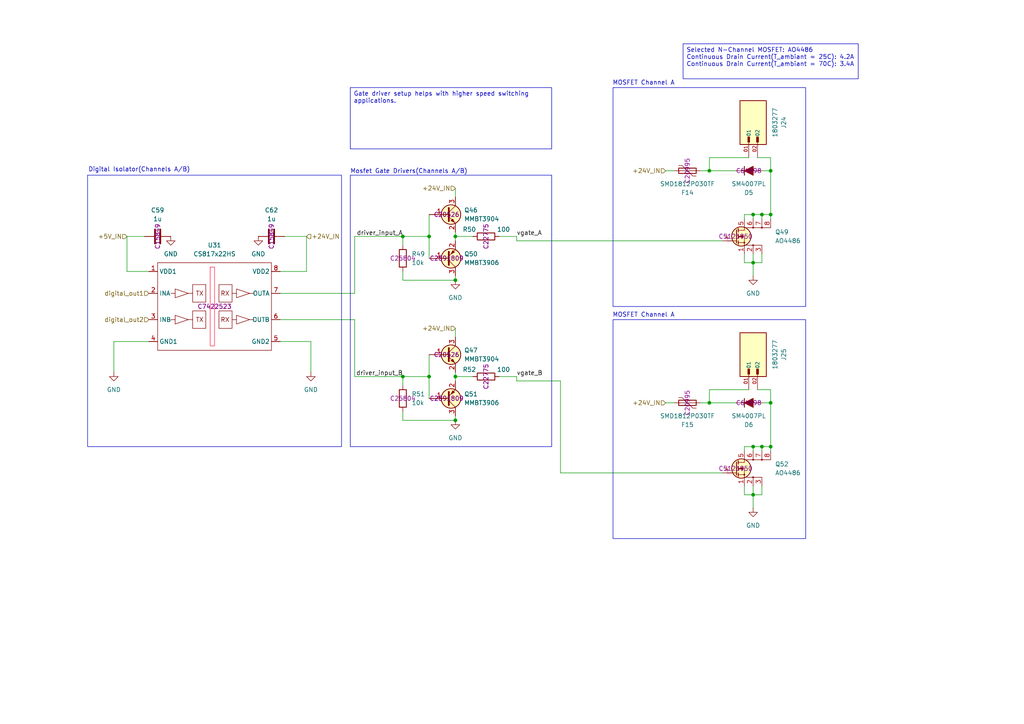
<source format=kicad_sch>
(kicad_sch (version 20250114) (generator "eeschema") (generator_version "9.0")
  (paper "A4")
  (lib_symbols
    (symbol "Device:C" (pin_numbers (hide yes)) (pin_names (offset 0.254))
      (property "Reference" "C" (at 0.635 2.54 0))
      (property "Value" "C" (at 0.635 -2.54 0))
      (symbol "C_0_1"
        (polyline (pts (xy -2.032 0.762) (xy 2.032 0.762)) (stroke (width 0.508)))
        (polyline (pts (xy -2.032 -0.762) (xy 2.032 -0.762)) (stroke (width 0.508)))
      )
      (symbol "C_1_1"
        (pin passive line (at 0 3.81 270) (length 2.794) (name "~") (number "1"))
        (pin passive line (at 0 -3.81 90) (length 2.794) (name "~") (number "2"))
      )
    )
    (symbol "Device:Polyfuse" (pin_numbers (hide yes)) (pin_names (offset 0))
      (property "Reference" "F" (at -2.54 0 90))
      (property "Value" "Polyfuse" (at 2.54 0 90))
      (symbol "Polyfuse_0_1"
        (polyline (pts (xy -1.524 2.54) (xy -1.524 1.524) (xy 1.524 -1.524) (xy 1.524 -2.54)))
        (rectangle (start -0.762 2.54) (end 0.762 -2.54) (stroke (width 0.254)))
        (polyline (pts (xy 0 2.54) (xy 0 -2.54)))
      )
      (symbol "Polyfuse_1_1"
        (pin passive line (at 0 3.81 270) (length 1.27) (name "~") (number "1"))
        (pin passive line (at 0 -3.81 90) (length 1.27) (name "~") (number "2"))
      )
    )
    (symbol "Device:R" (pin_numbers (hide yes)) (pin_names (offset 0))
      (property "Reference" "R" (at 2.032 0 90))
      (property "Value" "R" (at 0 0 90))
      (symbol "R_0_1"
        (rectangle (start -1.016 -2.54) (end 1.016 2.54) (stroke (width 0.254)))
      )
      (symbol "R_1_1"
        (pin passive line (at 0 3.81 270) (length 1.27) (name "~") (number "1"))
        (pin passive line (at 0 -3.81 90) (length 1.27) (name "~") (number "2"))
      )
    )
    (symbol "PCM_Diode_AKL:SM4007PL" (pin_numbers (hide yes)) (pin_names (offset 1.016) (hide yes))
      (property "Reference" "D" (at 0 5.08 0))
      (property "Value" "SM4007PL" (at 0 2.54 0))
      (symbol "SM4007PL_0_1"
        (polyline (pts (xy -1.27 1.27) (xy -1.27 -1.27) (xy 1.27 0) (xy -1.27 1.27)) (stroke (width 0.254)) (fill (type outline)))
        (polyline (pts (xy -1.27 0) (xy 1.27 0)))
        (polyline (pts (xy 1.27 1.27) (xy 1.27 -1.27)) (stroke (width 0.254)))
      )
      (symbol "SM4007PL_0_2"
        (polyline (pts (xy -2.54 -2.54) (xy 2.54 2.54)))
        (polyline (pts (xy -0.889 -0.889) (xy -1.778 0) (xy 0.889 0.889) (xy 0 -1.778) (xy -0.889 -0.889)) (stroke (width 0.254)) (fill (type outline)))
        (polyline (pts (xy 0 1.778) (xy 1.778 0)) (stroke (width 0.254)))
      )
      (symbol "SM4007PL_1_1"
        (pin passive line (at -3.81 0 0) (length 2.54) (name "A") (number "2"))
        (pin passive line (at 3.81 0 180) (length 2.54) (name "K") (number "1"))
      )
      (symbol "SM4007PL_1_2"
        (pin passive line (at -2.54 -2.54 0) (length 0) (name "A") (number "2"))
        (pin passive line (at 2.54 2.54 180) (length 0) (name "K") (number "1"))
      )
    )
    (symbol "PCM_Transistor_BJT_AKL:MMBT3904" (pin_names (hide yes))
      (property "Reference" "Q" (at 5.08 1.27 0))
      (property "Value" "MMBT3904" (at 5.08 -1.27 0))
      (symbol "MMBT3904_0_1"
        (polyline (pts (xy 0.635 1.905) (xy 0.635 -1.905) (xy 0.635 -1.905)) (stroke (width 0.508)))
        (polyline (pts (xy 0.635 0.635) (xy 2.54 2.54)))
        (polyline (pts (xy 0.635 -0.635) (xy 2.54 -2.54) (xy 2.54 -2.54)))
        (circle (center 1.27 0) (radius 2.8194) (stroke (width 0.254)) (fill (type background)))
        (polyline (pts (xy 1.27 -1.778) (xy 1.778 -1.27) (xy 2.286 -2.286) (xy 1.27 -1.778) (xy 1.27 -1.778)) (fill (type outline)))
      )
      (symbol "MMBT3904_1_1"
        (pin input line (at -5.08 0 0) (length 5.715) (name "B") (number "1"))
        (pin passive line (at 2.54 5.08 270) (length 2.54) (name "C") (number "3"))
        (pin passive line (at 2.54 -5.08 90) (length 2.54) (name "E") (number "2"))
      )
    )
    (symbol "PCM_Transistor_BJT_AKL:MMBT3906" (pin_names (hide yes))
      (property "Reference" "Q" (at 5.08 1.27 0))
      (property "Value" "MMBT3906" (at 5.08 -1.27 0))
      (symbol "MMBT3906_0_1"
        (polyline (pts (xy 0.635 0.635) (xy 2.54 2.54) (xy 2.54 2.54)))
        (polyline (pts (xy 0.635 -0.635) (xy 2.54 -2.54)))
        (polyline (pts (xy 0.635 -1.905) (xy 0.635 1.905) (xy 0.635 1.905)) (stroke (width 0.508)))
        (circle (center 1.27 0) (radius 2.8194) (stroke (width 0.254)) (fill (type background)))
        (polyline (pts (xy 2.286 1.778) (xy 1.778 2.286) (xy 1.27 1.27) (xy 2.286 1.778) (xy 2.286 1.778)) (fill (type outline)))
      )
      (symbol "MMBT3906_1_1"
        (pin input line (at -5.08 0 0) (length 5.715) (name "B") (number "1"))
        (pin passive line (at 2.54 5.08 270) (length 2.54) (name "E") (number "2"))
        (pin passive line (at 2.54 -5.08 90) (length 2.54) (name "C") (number "3"))
      )
    )
    (symbol "PCM_Transistor_MOSFET_AKL:AO4486" (pin_names (hide yes))
      (property "Reference" "Q" (at 5.08 1.27 0))
      (property "Value" "AO4486" (at 5.08 -1.27 0))
      (symbol "AO4486_0_1"
        (polyline (pts (xy 0.254 1.905) (xy 0.254 -1.905)) (stroke (width 0.254)))
        (polyline (pts (xy 0.254 -1.27) (xy -2.54 -1.27)))
        (polyline (pts (xy 0.762 2.286) (xy 0.762 1.27)) (stroke (width 0.254)))
        (polyline (pts (xy 0.762 0.508) (xy 0.762 -0.508)) (stroke (width 0.254)))
        (polyline (pts (xy 0.762 -1.27) (xy 0.762 -2.286)) (stroke (width 0.254)))
        (polyline (pts (xy 0.762 -1.778) (xy 2.54 -1.778)))
        (polyline (pts (xy 1.016 0) (xy 2.032 0.381) (xy 2.032 -0.381) (xy 1.016 0)) (fill (type outline)))
        (circle (center 1.651 0) (radius 2.794) (stroke (width 0.254)) (fill (type background)))
        (polyline (pts (xy 2.54 2.54) (xy 2.54 1.778)))
        (polyline (pts (xy 2.54 1.778) (xy 0.762 1.778)))
        (circle (center 2.54 -1.778) (radius 0.1778) (fill (type outline)))
        (polyline (pts (xy 2.54 -2.54) (xy 2.54 0) (xy 0.762 0)))
        (circle (center 5.08 2.54) (radius 0.1778) (fill (type outline)))
        (polyline (pts (xy 7.62 -2.54) (xy 2.54 -2.54)))
        (polyline (pts (xy 10.16 2.54) (xy 2.54 2.54)))
      )
      (symbol "AO4486_1_1"
        (circle (center 5.08 -2.54) (radius 0.1778) (fill (type outline)))
        (circle (center 7.62 2.54) (radius 0.1778) (fill (type outline)))
        (pin input line (at -3.81 -1.27 0) (length 2.54) (name "G") (number "4"))
        (pin passive line (at 2.54 5.08 270) (length 2.54) (name "D") (number "5"))
        (pin passive line (at 2.54 -5.08 90) (length 2.54) (name "S") (number "1"))
        (pin passive line (at 5.08 5.08 270) (length 2.54) (name "D") (number "6"))
        (pin passive line (at 5.08 -5.08 90) (length 2.54) (name "S") (number "2"))
        (pin passive line (at 7.62 5.08 270) (length 2.54) (name "D") (number "7"))
        (pin passive line (at 7.62 -5.08 90) (length 2.54) (name "S") (number "3"))
        (pin passive line (at 10.16 5.08 270) (length 2.54) (name "D") (number "8"))
      )
    )
    (symbol "TERM_BLOCK_HDR_2POS_3.81MM:1803277" (pin_names (offset 1.016))
      (property "Reference" "J" (at -6.85 5.08 0))
      (property "Value" "1803277" (at -6.35 -5.08 0))
      (symbol "1803277_0_0"
        (rectangle (start -6.35 -2.54) (end 6.35 5.08) (stroke (width 0.254)) (fill (type background)))
        (rectangle (start -5.715 2.2225) (end -4.1275 2.8575) (stroke (width 0.1)) (fill (type outline)))
        (rectangle (start -5.715 -0.3175) (end -4.1275 0.3175) (stroke (width 0.1)) (fill (type outline)))
        (pin passive line (at -10.16 2.54 0) (length 5.08) (name "01") (number "01"))
        (pin passive line (at -10.16 0 0) (length 5.08) (name "02") (number "02"))
      )
    )
    (symbol "mega_shield:CS817x20HS"
      (property "Reference" "U" (at 0 0 0))
      (property "Value" "CS817x22HS" (at 0 0 0))
      (symbol "CS817x20HS_0_1"
        (rectangle (start -16.51 12.7) (end 16.51 -12.7))
        (polyline (pts (xy -11.43 3.81) (xy -12.7 3.81)))
        (polyline (pts (xy -11.43 -3.81) (xy -12.7 -3.81)))
        (polyline (pts (xy -7.62 3.81) (xy -11.43 2.54) (xy -11.43 5.08) (xy -7.62 3.81)))
        (polyline (pts (xy -7.62 -3.81) (xy -11.43 -5.08) (xy -11.43 -2.54) (xy -7.62 -3.81)))
        (polyline (pts (xy -6.35 3.81) (xy -7.62 3.81)))
        (polyline (pts (xy -6.35 -3.81) (xy -7.62 -3.81)))
        (polyline (pts (xy -2.54 6.35) (xy -2.54 1.27) (xy -6.35 1.27) (xy -6.35 6.35) (xy -2.54 6.35)))
        (polyline (pts (xy -2.54 -1.27) (xy -2.54 -6.35) (xy -6.35 -6.35) (xy -6.35 -1.27) (xy -2.54 -1.27)))
        (polyline (pts (xy 5.08 6.35) (xy 5.08 1.27) (xy 1.27 1.27) (xy 1.27 6.35) (xy 5.08 6.35)))
        (polyline (pts (xy 5.08 -1.27) (xy 5.08 -6.35) (xy 1.27 -6.35) (xy 1.27 -1.27) (xy 5.08 -1.27)))
        (polyline (pts (xy 6.35 3.81) (xy 5.08 3.81)))
        (polyline (pts (xy 6.35 -3.81) (xy 5.08 -3.81)))
        (polyline (pts (xy 10.16 3.81) (xy 11.43 3.81)))
        (polyline (pts (xy 10.16 3.81) (xy 6.35 2.54) (xy 6.35 5.08) (xy 10.16 3.81)))
        (polyline (pts (xy 10.16 -3.81) (xy 11.43 -3.81)))
        (polyline (pts (xy 10.16 -3.81) (xy 6.35 -2.54) (xy 6.35 -5.08) (xy 10.16 -3.81)))
      )
      (symbol "CS817x20HS_1_1"
        (rectangle (start -1.27 11.43) (end 0 -11.43) (stroke (width 0) (color 255 23 61 1)))
        (text "TX" (at -4.318 3.81 0) (effects (font (size 1.27 1.27))))
        (text "TX" (at -4.318 -3.81 0) (effects (font (size 1.27 1.27))))
        (text "RX" (at 3.048 3.81 0) (effects (font (size 1.27 1.27))))
        (text "RX" (at 3.048 -3.81 0) (effects (font (size 1.27 1.27))))
        (pin power_in line (at -19.05 10.16 0) (length 2.54) (name "VDD1") (number "1"))
        (pin input line (at -19.05 3.81 0) (length 2.54) (name "INA") (number "2"))
        (pin input line (at -19.05 -3.81 0) (length 2.54) (name "INB") (number "3"))
        (pin power_in line (at -19.05 -10.16 0) (length 2.54) (name "GND1") (number "4"))
        (pin power_in line (at 19.05 10.16 180) (length 2.54) (name "VDD2") (number "8"))
        (pin output line (at 19.05 3.81 180) (length 2.54) (name "OUTA") (number "7"))
        (pin output line (at 19.05 -3.81 180) (length 2.54) (name "OUTB") (number "6"))
        (pin power_in line (at 19.05 -10.16 180) (length 2.54) (name "GND2") (number "5"))
      )
    )
    (symbol "power:GND" (power) (pin_numbers (hide yes)) (pin_names (offset 0) (hide yes))
      (property "Value" "GND" (at 0 -3.81 0))
      (symbol "GND_0_1"
        (polyline (pts (xy 0 0) (xy 0 -1.27) (xy 1.27 -1.27) (xy 0 -2.54) (xy -1.27 -1.27) (xy 0 -1.27)))
      )
      (symbol "GND_1_1"
        (pin power_in line (at 0 0 270) (length 0) (name "~") (number "1"))
      )
    )
  )
  (rectangle (start 25.4 50.8) (end 99.06 129.54))
  (rectangle (start 177.8 92.71) (end 233.68 156.21))
  (rectangle (start 101.6 50.8) (end 160.02 129.54))
  (rectangle (start 177.8 25.4) (end 233.68 88.9))
  (text "Mosfet Gate Drivers(Channels A/B)" (at 118.618 49.784 0) (effects (font (size 1.27 1.27))))
  (text "MOSFET Channel A" (at 186.69 24.13 0) (effects (font (size 1.27 1.27))))
  (text "MOSFET Channel A" (at 186.69 91.44 0) (effects (font (size 1.27 1.27))))
  (text "Digital Isolator(Channels A/B)" (at 40.386 49.276 0) (effects (font (size 1.27 1.27))))
  (text_box "Selected N-Channel MOSFET: AO4486\nContinuous Drain Current(T_ambiant = 25C): 4.2A\nContinuous Drain Current(T_ambiant = 70C): 3.4A" (at 198.12 12.7 0) (size 50.8 10.16) (margins 0.9525 0.9525 0.9525 0.9525) (effects (font (size 1.27 1.27)) (justify left top)))
  (text_box "Gate driver setup helps with higher speed switching applications.\n" (at 101.6 25.4 0) (size 58.42 17.78) (margins 0.9525 0.9525 0.9525 0.9525) (effects (font (size 1.27 1.27)) (justify left top)))
  (junction (at 124.46 68.58))
  (junction (at 223.52 62.23))
  (junction (at 223.52 49.53))
  (junction (at 132.08 121.92))
  (junction (at 116.84 68.58))
  (junction (at 223.52 116.84))
  (junction (at 205.74 116.84))
  (junction (at 132.08 68.58))
  (junction (at 132.08 109.22))
  (junction (at 218.44 76.2))
  (junction (at 218.44 129.54))
  (junction (at 205.74 49.53))
  (junction (at 124.46 109.22))
  (junction (at 132.08 81.28))
  (junction (at 220.98 129.54))
  (junction (at 220.98 62.23))
  (junction (at 218.44 62.23))
  (junction (at 116.84 109.22))
  (junction (at 218.44 143.51))
  (junction (at 223.52 129.54))
  (wire (pts (xy 162.56 137.16) (xy 209.55 137.16)))
  (wire (pts (xy 144.78 68.58) (xy 149.86 68.58)))
  (wire (pts (xy 218.44 129.54) (xy 220.98 129.54)))
  (wire (pts (xy 36.83 78.74) (xy 43.18 78.74)))
  (wire (pts (xy 203.2 116.84) (xy 205.74 116.84)))
  (wire (pts (xy 220.98 129.54) (xy 223.52 129.54)))
  (wire (pts (xy 220.98 63.5) (xy 220.98 62.23)))
  (wire (pts (xy 223.52 45.72) (xy 223.52 49.53)))
  (wire (pts (xy 132.08 109.22) (xy 132.08 110.49)))
  (wire (pts (xy 116.84 121.92) (xy 132.08 121.92)))
  (wire (pts (xy 205.74 45.72) (xy 205.74 49.53)))
  (wire (pts (xy 124.46 115.57) (xy 124.46 109.22)))
  (wire (pts (xy 82.55 68.58) (xy 88.9 68.58)))
  (wire (pts (xy 215.9 63.5) (xy 215.9 62.23)))
  (wire (pts (xy 218.44 73.66) (xy 218.44 76.2)))
  (wire (pts (xy 162.56 110.49) (xy 162.56 137.16)))
  (wire (pts (xy 223.52 62.23) (xy 223.52 63.5)))
  (wire (pts (xy 116.84 68.58) (xy 116.84 71.12)))
  (wire (pts (xy 220.98 130.81) (xy 220.98 129.54)))
  (wire (pts (xy 81.28 92.71) (xy 102.87 92.71)))
  (wire (pts (xy 193.04 49.53) (xy 195.58 49.53)))
  (wire (pts (xy 205.74 113.03) (xy 205.74 116.84)))
  (wire (pts (xy 215.9 130.81) (xy 215.9 129.54)))
  (wire (pts (xy 215.9 76.2) (xy 218.44 76.2)))
  (wire (pts (xy 116.84 109.22) (xy 116.84 111.76)))
  (wire (pts (xy 102.87 109.22) (xy 116.84 109.22)))
  (wire (pts (xy 218.44 62.23) (xy 220.98 62.23)))
  (wire (pts (xy 213.36 116.84) (xy 205.74 116.84)))
  (wire (pts (xy 102.87 68.58) (xy 116.84 68.58)))
  (wire (pts (xy 218.44 76.2) (xy 218.44 80.01)))
  (wire (pts (xy 88.9 68.58) (xy 88.9 78.74)))
  (wire (pts (xy 220.98 116.84) (xy 223.52 116.84)))
  (wire (pts (xy 102.87 68.58) (xy 102.87 85.09)))
  (wire (pts (xy 220.98 62.23) (xy 223.52 62.23)))
  (wire (pts (xy 218.44 143.51) (xy 218.44 147.32)))
  (wire (pts (xy 124.46 68.58) (xy 116.84 68.58)))
  (wire (pts (xy 220.98 49.53) (xy 223.52 49.53)))
  (wire (pts (xy 132.08 68.58) (xy 132.08 69.85)))
  (wire (pts (xy 215.9 143.51) (xy 218.44 143.51)))
  (wire (pts (xy 215.9 73.66) (xy 215.9 76.2)))
  (wire (pts (xy 217.17 113.03) (xy 205.74 113.03)))
  (wire (pts (xy 116.84 119.38) (xy 116.84 121.92)))
  (wire (pts (xy 102.87 92.71) (xy 102.87 109.22)))
  (wire (pts (xy 149.86 69.85) (xy 149.86 68.58)))
  (wire (pts (xy 116.84 78.74) (xy 116.84 81.28)))
  (wire (pts (xy 81.28 99.06) (xy 90.17 99.06)))
  (wire (pts (xy 220.98 73.66) (xy 220.98 76.2)))
  (wire (pts (xy 88.9 78.74) (xy 81.28 78.74)))
  (wire (pts (xy 33.02 99.06) (xy 33.02 107.95)))
  (wire (pts (xy 149.86 109.22) (xy 149.86 110.49)))
  (wire (pts (xy 124.46 62.23) (xy 124.46 68.58)))
  (wire (pts (xy 223.52 113.03) (xy 223.52 116.84)))
  (wire (pts (xy 218.44 140.97) (xy 218.44 143.51)))
  (wire (pts (xy 124.46 102.87) (xy 124.46 109.22)))
  (wire (pts (xy 223.52 129.54) (xy 223.52 130.81)))
  (wire (pts (xy 223.52 116.84) (xy 223.52 129.54)))
  (wire (pts (xy 116.84 81.28) (xy 132.08 81.28)))
  (wire (pts (xy 102.87 85.09) (xy 81.28 85.09)))
  (wire (pts (xy 149.86 69.85) (xy 209.55 69.85)))
  (wire (pts (xy 43.18 99.06) (xy 33.02 99.06)))
  (wire (pts (xy 215.9 140.97) (xy 215.9 143.51)))
  (wire (pts (xy 90.17 107.95) (xy 90.17 99.06)))
  (wire (pts (xy 41.91 68.58) (xy 36.83 68.58)))
  (wire (pts (xy 219.71 45.72) (xy 223.52 45.72)))
  (wire (pts (xy 149.86 110.49) (xy 162.56 110.49)))
  (wire (pts (xy 132.08 68.58) (xy 137.16 68.58)))
  (wire (pts (xy 220.98 143.51) (xy 218.44 143.51)))
  (wire (pts (xy 220.98 140.97) (xy 220.98 143.51)))
  (wire (pts (xy 215.9 129.54) (xy 218.44 129.54)))
  (wire (pts (xy 219.71 113.03) (xy 223.52 113.03)))
  (wire (pts (xy 132.08 95.25) (xy 132.08 97.79)))
  (wire (pts (xy 132.08 67.31) (xy 132.08 68.58)))
  (wire (pts (xy 132.08 120.65) (xy 132.08 121.92)))
  (wire (pts (xy 193.04 116.84) (xy 195.58 116.84)))
  (wire (pts (xy 215.9 62.23) (xy 218.44 62.23)))
  (wire (pts (xy 213.36 49.53) (xy 205.74 49.53)))
  (wire (pts (xy 124.46 109.22) (xy 116.84 109.22)))
  (wire (pts (xy 124.46 74.93) (xy 124.46 68.58)))
  (wire (pts (xy 220.98 76.2) (xy 218.44 76.2)))
  (wire (pts (xy 132.08 80.01) (xy 132.08 81.28)))
  (wire (pts (xy 203.2 49.53) (xy 205.74 49.53)))
  (wire (pts (xy 223.52 49.53) (xy 223.52 62.23)))
  (wire (pts (xy 132.08 109.22) (xy 137.16 109.22)))
  (wire (pts (xy 217.17 45.72) (xy 205.74 45.72)))
  (wire (pts (xy 132.08 107.95) (xy 132.08 109.22)))
  (wire (pts (xy 218.44 63.5) (xy 218.44 62.23)))
  (wire (pts (xy 36.83 68.58) (xy 36.83 78.74)))
  (wire (pts (xy 218.44 130.81) (xy 218.44 129.54)))
  (wire (pts (xy 132.08 54.61) (xy 132.08 57.15)))
  (wire (pts (xy 144.78 109.22) (xy 149.86 109.22)))
  (label "vgate_B" (at 149.86 109.22 0))
  (label "driver_input_B" (at 116.84 109.22 180))
  (label "vgate_A" (at 149.86 68.58 0))
  (label "driver_input_A" (at 116.84 68.58 180))
  (hierarchical_label "+24V_IN" (shape input) (at 193.04 49.53 180))
  (hierarchical_label "+24V_IN" (shape input) (at 88.9 68.58 0))
  (hierarchical_label "+5V_IN" (shape input) (at 36.83 68.58 180))
  (hierarchical_label "+24V_IN" (shape input) (at 132.08 54.61 180))
  (hierarchical_label "+24V_IN" (shape input) (at 132.08 95.25 180))
  (hierarchical_label "digital_out1" (shape input) (at 43.18 85.09 180))
  (hierarchical_label "digital_out2" (shape input) (at 43.18 92.71 180))
  (hierarchical_label "+24V_IN" (shape input) (at 193.04 116.84 180))
  (symbol (lib_id "TERM_BLOCK_HDR_2POS_3.81MM:1803277") (at 219.71 102.87 90) (unit 1)
    (property "Reference" "J25" (at 227.33 102.87 0))
    (property "Value" "1803277" (at 224.79 102.87 0))
    (property "Footprint" "footprints:PHOENIX_1803277" (effects (hide yes)))
    (property "SnapEDA_Link" "https://www.snapeda.com/parts/1803277/Phoenix+Contact/view-part/?ref=snap" (effects (hide yes)))
    (property "Description_1" "Pluggable Header 3.81mm 16AWG 160V 8A 2 Position COMBICON MC Series | Phoenix Contact 1803277" (effects (hide yes)))
    (property "Package" "None" (effects (hide yes)))
    (property "Price" "None" (effects (hide yes)))
    (property "MF" "Phoenix Contact" (effects (hide yes)))
    (property "MP" "1803277" (effects (hide yes)))
    (property "Availability" "In Stock" (effects (hide yes)))
    (property "Check_prices" "https://www.snapeda.com/parts/1803277/Phoenix+Contact/view-part/?ref=eda" (effects (hide yes)))
  )
  (symbol (lib_id "PCM_Transistor_MOSFET_AKL:AO4486") (at 213.36 135.89 0) (unit 1)
    (property "Reference" "Q52" (at 224.79 134.6199 0) (effects (justify left)))
    (property "Value" "AO4486" (at 224.79 137.1599 0) (effects (justify left)))
    (property "Footprint" "PCM_Package_SO_AKL:SO-8_3.9x4.9mm_P1.27mm" (effects (hide yes)))
    (property "Datasheet" "https://www.tme.eu/Document/d55341786eaff8f9677c507530d46e66/AO4486.pdf" (effects (hide yes)))
    (property "Description" "SO-8 N-MOSFET enchancement mode transistor, 100V, 4.2A, 3.1W, Alternate KiCAD Library" (effects (hide yes)))
    (property "JLCPCB" "C5125950" (at 213.36 135.89 0))
  )
  (symbol (lib_id "PCM_Transistor_BJT_AKL:MMBT3906") (at 129.54 74.93 0) (unit 1)
    (property "Reference" "Q50" (at 134.62 73.6599 0) (effects (justify left)))
    (property "Value" "MMBT3906" (at 134.62 76.1999 0) (effects (justify left)))
    (property "Footprint" "PCM_Package_TO_SOT_SMD_AKL:SOT-23" (effects (hide yes)))
    (property "Datasheet" "https://www.tme.eu/Document/1d69ece8147fa5a64114d103f531c790/2N3906BU.pdf" (effects (hide yes)))
    (property "Description" "PNP SOT-23 transistor, 40V, 200mA, 350mW, Complementary to MMBT3904, Alternate KiCAD Library" (effects (hide yes)))
    (property "jlcpcb" "C2891809" (at 129.54 74.93 0))
  )
  (symbol (lib_id "Device:Polyfuse") (at 199.39 116.84 90) (mirror x) (unit 1)
    (property "Reference" "F15" (at 199.39 123.19 90))
    (property "Value" "SMD1812P030TF" (at 199.39 120.65 90))
    (property "Footprint" "Fuse:Fuse_1812_4532Metric_Pad1.30x3.40mm_HandSolder" (effects (hide yes)))
    (property "Description" "Resettable fuse, polymeric positive temperature coefficient" (effects (hide yes)))
    (property "JLCPCB" "C20995" (at 199.39 116.84 0))
  )
  (symbol (lib_id "Device:R") (at 140.97 68.58 90) (unit 1)
    (property "Reference" "R50" (at 136.144 66.548 90))
    (property "Value" "100" (at 146.05 66.548 90))
    (property "Footprint" "Resistor_SMD:R_0201_0603Metric" (effects (hide yes)))
    (property "Description" "Resistor" (effects (hide yes)))
    (property "jlcpcb" "C22775" (at 140.97 68.58 0))
  )
  (symbol (lib_id "power:GND") (at 49.53 68.58 0) (unit 1)
    (property "Reference" "#PWR0177" (effects (hide yes)))
    (property "Value" "GND" (at 49.53 73.66 0))
    (property "Description" "Power symbol creates a global label with name \"GND\" , ground" (effects (hide yes)))
  )
  (symbol (lib_id "PCM_Diode_AKL:SM4007PL") (at 217.17 49.53 180) (unit 1)
    (property "Reference" "D5" (at 217.17 55.88 0))
    (property "Value" "SM4007PL" (at 217.17 53.34 0))
    (property "Footprint" "PCM_Diode_SMD_AKL:D_SOD-123F" (effects (hide yes)))
    (property "Datasheet" "https://www.tme.eu/Document/46c9a94b8759dbc6300546e57a2a5c9c/SM4007PL-TP.pdf" (effects (hide yes)))
    (property "Description" "SOD-123F Diode, Rectifier, 1000V, 1A, Alternate KiCad Library" (effects (hide yes)))
    (property "JLCPCB" "C64898" (at 217.17 49.53 0))
  )
  (symbol (lib_id "Device:C") (at 45.72 68.58 90) (unit 1)
    (property "Reference" "C59" (at 45.72 60.96 90))
    (property "Value" "1u" (at 45.72 63.5 90))
    (property "Footprint" "Capacitor_SMD:C_0201_0603Metric" (effects (hide yes)))
    (property "Description" "Unpolarized capacitor" (effects (hide yes)))
    (property "jlcpcb" "C15849" (at 45.72 68.58 0))
  )
  (symbol (lib_id "power:GND") (at 218.44 147.32 0) (unit 1)
    (property "Reference" "#PWR0185" (effects (hide yes)))
    (property "Value" "GND" (at 218.44 152.4 0))
    (property "Description" "Power symbol creates a global label with name \"GND\" , ground" (effects (hide yes)))
  )
  (symbol (lib_id "power:GND") (at 132.08 121.92 0) (unit 1)
    (property "Reference" "#PWR0184" (effects (hide yes)))
    (property "Value" "GND" (at 132.08 127 0))
    (property "Description" "Power symbol creates a global label with name \"GND\" , ground" (effects (hide yes)))
  )
  (symbol (lib_id "Device:R") (at 116.84 115.57 0) (unit 1)
    (property "Reference" "R51" (at 119.38 114.2999 0) (effects (justify left)))
    (property "Value" "10k" (at 119.38 116.8399 0) (effects (justify left)))
    (property "Footprint" "Resistor_SMD:R_0201_0603Metric" (effects (hide yes)))
    (property "Description" "Resistor" (effects (hide yes)))
    (property "jlcpcb" "C25804" (at 116.84 115.57 0))
  )
  (symbol (lib_id "Device:Polyfuse") (at 199.39 49.53 90) (mirror x) (unit 1)
    (property "Reference" "F14" (at 199.39 55.88 90))
    (property "Value" "SMD1812P030TF" (at 199.39 53.34 90))
    (property "Footprint" "Fuse:Fuse_1812_4532Metric_Pad1.30x3.40mm_HandSolder" (effects (hide yes)))
    (property "Description" "Resettable fuse, polymeric positive temperature coefficient" (effects (hide yes)))
    (property "JLCPCB" "C20995" (at 199.39 49.53 0))
  )
  (symbol (lib_id "PCM_Transistor_MOSFET_AKL:AO4486") (at 213.36 68.58 0) (unit 1)
    (property "Reference" "Q49" (at 224.79 67.3099 0) (effects (justify left)))
    (property "Value" "AO4486" (at 224.79 69.8499 0) (effects (justify left)))
    (property "Footprint" "PCM_Package_SO_AKL:SO-8_3.9x4.9mm_P1.27mm" (effects (hide yes)))
    (property "Datasheet" "https://www.tme.eu/Document/d55341786eaff8f9677c507530d46e66/AO4486.pdf" (effects (hide yes)))
    (property "Description" "SO-8 N-MOSFET enchancement mode transistor, 100V, 4.2A, 3.1W, Alternate KiCAD Library" (effects (hide yes)))
    (property "JLCPCB" "C5125950" (at 213.36 68.58 0))
  )
  (symbol (lib_id "power:GND") (at 90.17 107.95 0) (unit 1)
    (property "Reference" "#PWR0179" (effects (hide yes)))
    (property "Value" "GND" (at 90.17 113.03 0))
    (property "Description" "Power symbol creates a global label with name \"GND\" , ground" (effects (hide yes)))
  )
  (symbol (lib_id "PCM_Transistor_BJT_AKL:MMBT3904") (at 129.54 102.87 0) (unit 1)
    (property "Reference" "Q47" (at 134.62 101.5999 0) (effects (justify left)))
    (property "Value" "MMBT3904" (at 134.62 104.1399 0) (effects (justify left)))
    (property "Footprint" "PCM_Package_TO_SOT_SMD_AKL:SOT-23" (effects (hide yes)))
    (property "Datasheet" "https://www.tme.eu/Document/12bff749841e3a356e683e9a8e7e4119/2N3904BU-DTE.pdf" (effects (hide yes)))
    (property "Description" "NPN SOT-23 transistor, 40V, 200mA, 350mW, Complementary to MMBT3906, Alternate KiCAD Library" (effects (hide yes)))
    (property "jlcpcb" "C20526" (at 129.54 102.87 0))
  )
  (symbol (lib_id "power:GND") (at 132.08 81.28 0) (unit 1)
    (property "Reference" "#PWR0183" (effects (hide yes)))
    (property "Value" "GND" (at 132.08 86.36 0))
    (property "Description" "Power symbol creates a global label with name \"GND\" , ground" (effects (hide yes)))
  )
  (symbol (lib_id "Device:R") (at 116.84 74.93 0) (unit 1)
    (property "Reference" "R49" (at 119.38 73.6599 0) (effects (justify left)))
    (property "Value" "10k" (at 119.38 76.1999 0) (effects (justify left)))
    (property "Footprint" "Resistor_SMD:R_0201_0603Metric" (effects (hide yes)))
    (property "Description" "Resistor" (effects (hide yes)))
    (property "jlcpcb" "C25804" (at 116.84 74.93 0))
  )
  (symbol (lib_id "PCM_Transistor_BJT_AKL:MMBT3904") (at 129.54 62.23 0) (unit 1)
    (property "Reference" "Q46" (at 134.62 60.9599 0) (effects (justify left)))
    (property "Value" "MMBT3904" (at 134.62 63.4999 0) (effects (justify left)))
    (property "Footprint" "PCM_Package_TO_SOT_SMD_AKL:SOT-23" (effects (hide yes)))
    (property "Datasheet" "https://www.tme.eu/Document/12bff749841e3a356e683e9a8e7e4119/2N3904BU-DTE.pdf" (effects (hide yes)))
    (property "Description" "NPN SOT-23 transistor, 40V, 200mA, 350mW, Complementary to MMBT3906, Alternate KiCAD Library" (effects (hide yes)))
    (property "jlcpcb" "C20526" (at 129.54 62.23 0))
  )
  (symbol (lib_id "power:GND") (at 74.93 68.58 0) (unit 1)
    (property "Reference" "#PWR0178" (effects (hide yes)))
    (property "Value" "GND" (at 74.93 73.66 0))
    (property "Description" "Power symbol creates a global label with name \"GND\" , ground" (effects (hide yes)))
  )
  (symbol (lib_id "TERM_BLOCK_HDR_2POS_3.81MM:1803277") (at 219.71 35.56 90) (unit 1)
    (property "Reference" "J24" (at 227.33 35.56 0))
    (property "Value" "1803277" (at 224.79 35.56 0))
    (property "Footprint" "footprints:PHOENIX_1803277" (effects (hide yes)))
    (property "SnapEDA_Link" "https://www.snapeda.com/parts/1803277/Phoenix+Contact/view-part/?ref=snap" (effects (hide yes)))
    (property "Description_1" "Pluggable Header 3.81mm 16AWG 160V 8A 2 Position COMBICON MC Series | Phoenix Contact 1803277" (effects (hide yes)))
    (property "Package" "None" (effects (hide yes)))
    (property "Price" "None" (effects (hide yes)))
    (property "MF" "Phoenix Contact" (effects (hide yes)))
    (property "MP" "1803277" (effects (hide yes)))
    (property "Availability" "In Stock" (effects (hide yes)))
    (property "Check_prices" "https://www.snapeda.com/parts/1803277/Phoenix+Contact/view-part/?ref=eda" (effects (hide yes)))
  )
  (symbol (lib_id "Device:R") (at 140.97 109.22 90) (unit 1)
    (property "Reference" "R52" (at 136.144 107.188 90))
    (property "Value" "100" (at 146.05 107.188 90))
    (property "Footprint" "Resistor_SMD:R_0201_0603Metric" (effects (hide yes)))
    (property "Description" "Resistor" (effects (hide yes)))
    (property "jlcpcb" "C22775" (at 140.97 109.22 0))
  )
  (symbol (lib_id "PCM_Transistor_BJT_AKL:MMBT3906") (at 129.54 115.57 0) (unit 1)
    (property "Reference" "Q51" (at 134.62 114.2999 0) (effects (justify left)))
    (property "Value" "MMBT3906" (at 134.62 116.8399 0) (effects (justify left)))
    (property "Footprint" "PCM_Package_TO_SOT_SMD_AKL:SOT-23" (effects (hide yes)))
    (property "Datasheet" "https://www.tme.eu/Document/1d69ece8147fa5a64114d103f531c790/2N3906BU.pdf" (effects (hide yes)))
    (property "Description" "PNP SOT-23 transistor, 40V, 200mA, 350mW, Complementary to MMBT3904, Alternate KiCAD Library" (effects (hide yes)))
    (property "jlcpcb" "C2891809" (at 129.54 115.57 0))
  )
  (symbol (lib_id "power:GND") (at 218.44 80.01 0) (unit 1)
    (property "Reference" "#PWR0182" (effects (hide yes)))
    (property "Value" "GND" (at 218.44 85.09 0))
    (property "Description" "Power symbol creates a global label with name \"GND\" , ground" (effects (hide yes)))
  )
  (symbol (lib_id "mega_shield:CS817x20HS") (at 62.23 88.9 0) (unit 1)
    (property "Reference" "U31" (at 62.23 71.12 0))
    (property "Value" "CS817x22HS" (at 62.23 73.66 0))
    (property "Footprint" "Package_SO:SOIC-8_3.9x4.9mm_P1.27mm" (effects (hide yes)))
    (property "Description" "Low-Power Dual-Channel Digital Isolator" (effects (hide yes)))
    (property "jlcpcb" "C7422523" (at 62.23 88.9 0))
  )
  (symbol (lib_id "Device:C") (at 78.74 68.58 90) (unit 1)
    (property "Reference" "C62" (at 78.74 60.96 90))
    (property "Value" "1u" (at 78.74 63.5 90))
    (property "Footprint" "Capacitor_SMD:C_0201_0603Metric" (effects (hide yes)))
    (property "Description" "Unpolarized capacitor" (effects (hide yes)))
    (property "jlcpcb" "C15849" (at 78.74 68.58 0))
  )
  (symbol (lib_id "power:GND") (at 33.02 107.95 0) (unit 1)
    (property "Reference" "#PWR0176" (effects (hide yes)))
    (property "Value" "GND" (at 33.02 113.03 0))
    (property "Description" "Power symbol creates a global label with name \"GND\" , ground" (effects (hide yes)))
  )
  (symbol (lib_id "PCM_Diode_AKL:SM4007PL") (at 217.17 116.84 180) (unit 1)
    (property "Reference" "D6" (at 217.17 123.19 0))
    (property "Value" "SM4007PL" (at 217.17 120.65 0))
    (property "Footprint" "PCM_Diode_SMD_AKL:D_SOD-123F" (effects (hide yes)))
    (property "Datasheet" "https://www.tme.eu/Document/46c9a94b8759dbc6300546e57a2a5c9c/SM4007PL-TP.pdf" (effects (hide yes)))
    (property "Description" "SOD-123F Diode, Rectifier, 1000V, 1A, Alternate KiCad Library" (effects (hide yes)))
    (property "JLCPCB" "C64898" (at 217.17 116.84 0))
  )
)
</source>
